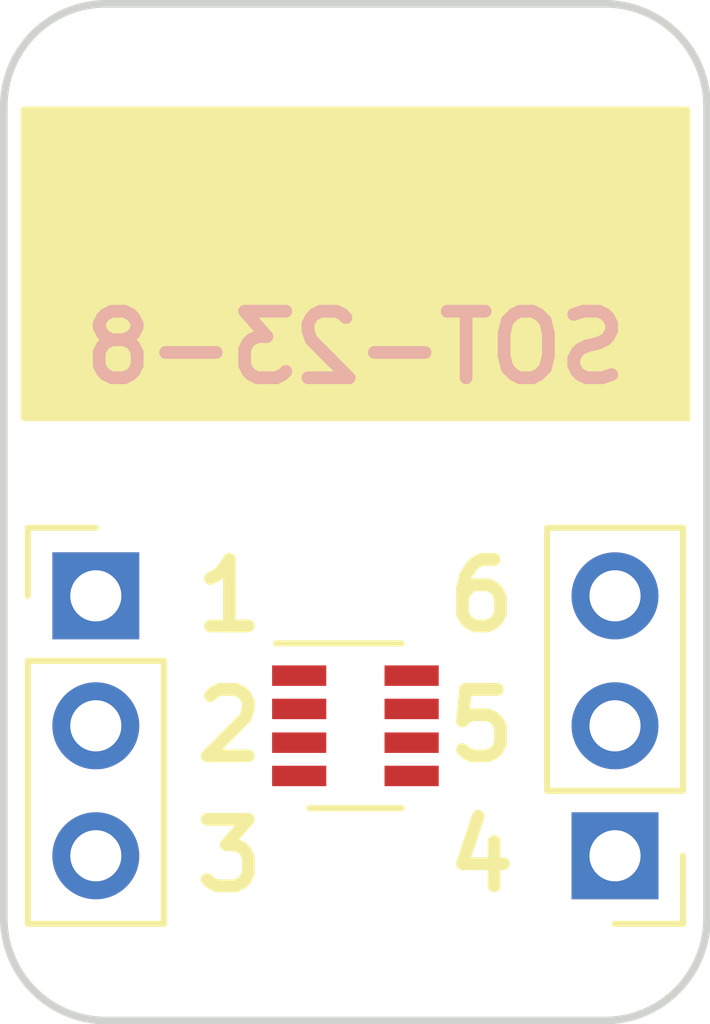
<source format=kicad_pcb>
(kicad_pcb (version 20171130) (host pcbnew 5.1.7-a382d34a8~87~ubuntu20.04.1)

  (general
    (thickness 1)
    (drawings 16)
    (tracks 0)
    (zones 0)
    (modules 3)
    (nets 7)
  )

  (page A4)
  (title_block
    (title BRK-SOT-23-8)
    (rev v1.0)
    (company https://gekkio.fi)
  )

  (layers
    (0 F.Cu signal)
    (31 B.Cu signal)
    (32 B.Adhes user)
    (33 F.Adhes user)
    (34 B.Paste user)
    (35 F.Paste user)
    (36 B.SilkS user)
    (37 F.SilkS user)
    (38 B.Mask user)
    (39 F.Mask user)
    (40 Dwgs.User user)
    (41 Cmts.User user)
    (42 Eco1.User user)
    (43 Eco2.User user)
    (44 Edge.Cuts user)
    (45 Margin user)
    (46 B.CrtYd user)
    (47 F.CrtYd user)
    (48 B.Fab user)
    (49 F.Fab user)
  )

  (setup
    (last_trace_width 0.25)
    (trace_clearance 0.2)
    (zone_clearance 0.508)
    (zone_45_only no)
    (trace_min 0.2)
    (via_size 0.8)
    (via_drill 0.4)
    (via_min_size 0.4)
    (via_min_drill 0.3)
    (uvia_size 0.3)
    (uvia_drill 0.1)
    (uvias_allowed no)
    (uvia_min_size 0.2)
    (uvia_min_drill 0.1)
    (edge_width 0.05)
    (segment_width 0.2)
    (pcb_text_width 0.3)
    (pcb_text_size 1.5 1.5)
    (mod_edge_width 0.12)
    (mod_text_size 1 1)
    (mod_text_width 0.15)
    (pad_size 1.524 1.524)
    (pad_drill 0.762)
    (pad_to_mask_clearance 0)
    (aux_axis_origin 0 0)
    (visible_elements FFFFFF7F)
    (pcbplotparams
      (layerselection 0x010fc_ffffffff)
      (usegerberextensions false)
      (usegerberattributes true)
      (usegerberadvancedattributes true)
      (creategerberjobfile true)
      (excludeedgelayer true)
      (linewidth 0.150000)
      (plotframeref false)
      (viasonmask false)
      (mode 1)
      (useauxorigin false)
      (hpglpennumber 1)
      (hpglpenspeed 20)
      (hpglpendiameter 15.000000)
      (psnegative false)
      (psa4output false)
      (plotreference true)
      (plotvalue true)
      (plotinvisibletext false)
      (padsonsilk false)
      (subtractmaskfromsilk false)
      (outputformat 1)
      (mirror false)
      (drillshape 0)
      (scaleselection 1)
      (outputdirectory "gerber/"))
  )

  (net 0 "")
  (net 1 PIN1)
  (net 2 PIN2)
  (net 3 PIN3)
  (net 4 PIN4)
  (net 5 PIN5)
  (net 6 PIN6)

  (net_class Default "This is the default net class."
    (clearance 0.2)
    (trace_width 0.25)
    (via_dia 0.8)
    (via_drill 0.4)
    (uvia_dia 0.3)
    (uvia_drill 0.1)
    (add_net PIN1)
    (add_net PIN2)
    (add_net PIN3)
    (add_net PIN4)
    (add_net PIN5)
    (add_net PIN6)
  )

  (module PinHeader_1x03_P2.54mm_Vertical (layer F.Cu) (tedit 59FED5CC) (tstamp 5F73AB55)
    (at 105.08 102.54 180)
    (descr "Through hole straight pin header, 1x03, 2.54mm pitch, single row")
    (tags "Through hole pin header THT 1x03 2.54mm single row")
    (fp_text reference J2 (at 0 -2.33 180) (layer F.SilkS) hide
      (effects (font (size 1 1) (thickness 0.15)))
    )
    (fp_text value PinHeader_1x03_P2.54mm_Vertical (at 0 7.41 180) (layer F.Fab) hide
      (effects (font (size 1 1) (thickness 0.15)))
    )
    (fp_line (start 1.8 -1.8) (end -1.8 -1.8) (layer F.CrtYd) (width 0.05))
    (fp_line (start 1.8 6.85) (end 1.8 -1.8) (layer F.CrtYd) (width 0.05))
    (fp_line (start -1.8 6.85) (end 1.8 6.85) (layer F.CrtYd) (width 0.05))
    (fp_line (start -1.8 -1.8) (end -1.8 6.85) (layer F.CrtYd) (width 0.05))
    (fp_line (start -1.33 -1.33) (end 0 -1.33) (layer F.SilkS) (width 0.12))
    (fp_line (start -1.33 0) (end -1.33 -1.33) (layer F.SilkS) (width 0.12))
    (fp_line (start -1.33 1.27) (end 1.33 1.27) (layer F.SilkS) (width 0.12))
    (fp_line (start 1.33 1.27) (end 1.33 6.41) (layer F.SilkS) (width 0.12))
    (fp_line (start -1.33 1.27) (end -1.33 6.41) (layer F.SilkS) (width 0.12))
    (fp_line (start -1.33 6.41) (end 1.33 6.41) (layer F.SilkS) (width 0.12))
    (fp_line (start -1.27 -0.635) (end -0.635 -1.27) (layer F.Fab) (width 0.1))
    (fp_line (start -1.27 6.35) (end -1.27 -0.635) (layer F.Fab) (width 0.1))
    (fp_line (start 1.27 6.35) (end -1.27 6.35) (layer F.Fab) (width 0.1))
    (fp_line (start 1.27 -1.27) (end 1.27 6.35) (layer F.Fab) (width 0.1))
    (fp_line (start -0.635 -1.27) (end 1.27 -1.27) (layer F.Fab) (width 0.1))
    (fp_text user %R (at 0 2.54 270) (layer F.Fab)
      (effects (font (size 1 1) (thickness 0.15)))
    )
    (pad 3 thru_hole oval (at 0 5.08 180) (size 1.7 1.7) (drill 1) (layers *.Cu *.Mask)
      (net 6 PIN6))
    (pad 2 thru_hole oval (at 0 2.54 180) (size 1.7 1.7) (drill 1) (layers *.Cu *.Mask)
      (net 5 PIN5))
    (pad 1 thru_hole rect (at 0 0 180) (size 1.7 1.7) (drill 1) (layers *.Cu *.Mask)
      (net 4 PIN4))
    (model ${KISYS3DMOD}/Connector_PinHeader_2.54mm.3dshapes/PinHeader_1x03_P2.54mm_Vertical.wrl
      (at (xyz 0 0 0))
      (scale (xyz 1 1 1))
      (rotate (xyz 0 0 0))
    )
  )

  (module PinHeader_1x03_P2.54mm_Vertical (layer F.Cu) (tedit 59FED5CC) (tstamp 5F73AB3F)
    (at 94.92 97.46)
    (descr "Through hole straight pin header, 1x03, 2.54mm pitch, single row")
    (tags "Through hole pin header THT 1x03 2.54mm single row")
    (fp_text reference J1 (at 0 -2.33) (layer F.SilkS) hide
      (effects (font (size 1 1) (thickness 0.15)))
    )
    (fp_text value PinHeader_1x03_P2.54mm_Vertical (at 0 7.41) (layer F.Fab) hide
      (effects (font (size 1 1) (thickness 0.15)))
    )
    (fp_line (start 1.8 -1.8) (end -1.8 -1.8) (layer F.CrtYd) (width 0.05))
    (fp_line (start 1.8 6.85) (end 1.8 -1.8) (layer F.CrtYd) (width 0.05))
    (fp_line (start -1.8 6.85) (end 1.8 6.85) (layer F.CrtYd) (width 0.05))
    (fp_line (start -1.8 -1.8) (end -1.8 6.85) (layer F.CrtYd) (width 0.05))
    (fp_line (start -1.33 -1.33) (end 0 -1.33) (layer F.SilkS) (width 0.12))
    (fp_line (start -1.33 0) (end -1.33 -1.33) (layer F.SilkS) (width 0.12))
    (fp_line (start -1.33 1.27) (end 1.33 1.27) (layer F.SilkS) (width 0.12))
    (fp_line (start 1.33 1.27) (end 1.33 6.41) (layer F.SilkS) (width 0.12))
    (fp_line (start -1.33 1.27) (end -1.33 6.41) (layer F.SilkS) (width 0.12))
    (fp_line (start -1.33 6.41) (end 1.33 6.41) (layer F.SilkS) (width 0.12))
    (fp_line (start -1.27 -0.635) (end -0.635 -1.27) (layer F.Fab) (width 0.1))
    (fp_line (start -1.27 6.35) (end -1.27 -0.635) (layer F.Fab) (width 0.1))
    (fp_line (start 1.27 6.35) (end -1.27 6.35) (layer F.Fab) (width 0.1))
    (fp_line (start 1.27 -1.27) (end 1.27 6.35) (layer F.Fab) (width 0.1))
    (fp_line (start -0.635 -1.27) (end 1.27 -1.27) (layer F.Fab) (width 0.1))
    (fp_text user %R (at 0 2.54 90) (layer F.Fab)
      (effects (font (size 1 1) (thickness 0.15)))
    )
    (pad 3 thru_hole oval (at 0 5.08) (size 1.7 1.7) (drill 1) (layers *.Cu *.Mask)
      (net 3 PIN3))
    (pad 2 thru_hole oval (at 0 2.54) (size 1.7 1.7) (drill 1) (layers *.Cu *.Mask)
      (net 2 PIN2))
    (pad 1 thru_hole rect (at 0 0) (size 1.7 1.7) (drill 1) (layers *.Cu *.Mask)
      (net 1 PIN1))
    (model ${KISYS3DMOD}/Connector_PinHeader_2.54mm.3dshapes/PinHeader_1x03_P2.54mm_Vertical.wrl
      (at (xyz 0 0 0))
      (scale (xyz 1 1 1))
      (rotate (xyz 0 0 0))
    )
  )

  (module SOT-23-8 (layer F.Cu) (tedit 5A02FF57) (tstamp 5F73A8FC)
    (at 100 100)
    (descr "8-pin SOT-23 package, http://www.analog.com/media/en/package-pcb-resources/package/pkg_pdf/sot-23rj/rj_8.pdf")
    (tags SOT-23-8)
    (attr smd)
    (fp_text reference U1 (at 0 -2.5) (layer F.SilkS) hide
      (effects (font (size 1 1) (thickness 0.15)))
    )
    (fp_text value SOT-23-8 (at 0 2.5) (layer F.Fab) hide
      (effects (font (size 1 1) (thickness 0.15)))
    )
    (fp_line (start 0.9 -1.55) (end 0.9 1.55) (layer F.Fab) (width 0.1))
    (fp_line (start 0.9 1.55) (end -0.9 1.55) (layer F.Fab) (width 0.1))
    (fp_line (start -0.9 -0.9) (end -0.9 1.55) (layer F.Fab) (width 0.1))
    (fp_line (start 0.9 -1.55) (end -0.25 -1.55) (layer F.Fab) (width 0.1))
    (fp_line (start -0.9 -0.9) (end -0.25 -1.55) (layer F.Fab) (width 0.1))
    (fp_line (start -1.9 -1.8) (end -1.9 1.8) (layer F.CrtYd) (width 0.05))
    (fp_line (start -1.9 1.8) (end 1.9 1.8) (layer F.CrtYd) (width 0.05))
    (fp_line (start 1.9 1.8) (end 1.9 -1.8) (layer F.CrtYd) (width 0.05))
    (fp_line (start 1.9 -1.8) (end -1.9 -1.8) (layer F.CrtYd) (width 0.05))
    (fp_line (start 0.9 -1.61) (end -1.55 -1.61) (layer F.SilkS) (width 0.12))
    (fp_line (start -0.9 1.61) (end 0.9 1.61) (layer F.SilkS) (width 0.12))
    (fp_text user %R (at 0 0 90) (layer F.Fab)
      (effects (font (size 0.5 0.5) (thickness 0.075)))
    )
    (pad 8 smd rect (at 1.1 -0.98) (size 1.06 0.4) (layers F.Cu F.Paste F.Mask))
    (pad 7 smd rect (at 1.1 -0.33) (size 1.06 0.4) (layers F.Cu F.Paste F.Mask))
    (pad 6 smd rect (at 1.1 0.33) (size 1.06 0.4) (layers F.Cu F.Paste F.Mask)
      (net 6 PIN6))
    (pad 5 smd rect (at 1.1 0.98) (size 1.06 0.4) (layers F.Cu F.Paste F.Mask)
      (net 5 PIN5))
    (pad 4 smd rect (at -1.1 0.98) (size 1.06 0.4) (layers F.Cu F.Paste F.Mask)
      (net 4 PIN4))
    (pad 3 smd rect (at -1.1 0.33) (size 1.06 0.4) (layers F.Cu F.Paste F.Mask)
      (net 3 PIN3))
    (pad 2 smd rect (at -1.1 -0.33) (size 1.06 0.4) (layers F.Cu F.Paste F.Mask)
      (net 2 PIN2))
    (pad 1 smd rect (at -1.1 -0.98) (size 1.06 0.4) (layers F.Cu F.Paste F.Mask)
      (net 1 PIN1))
    (model ${KISYS3DMOD}/Package_TO_SOT_SMD.3dshapes/SOT-23-8.wrl
      (at (xyz 0 0 0))
      (scale (xyz 1 1 1))
      (rotate (xyz 0 0 0))
    )
  )

  (gr_arc (start 104.88 87.89) (end 104.88 85.89) (angle 90) (layer Edge.Cuts) (width 0.15))
  (gr_arc (start 95.12 87.89) (end 93.12 87.89) (angle 90) (layer Edge.Cuts) (width 0.15))
  (gr_arc (start 95.12 103.76) (end 95.12 105.76) (angle 90) (layer Edge.Cuts) (width 0.15))
  (gr_arc (start 104.88 103.76) (end 106.88 103.76) (angle 90) (layer Edge.Cuts) (width 0.15))
  (gr_line (start 95.12 105.76) (end 104.88 105.76) (layer Edge.Cuts) (width 0.15))
  (gr_line (start 95.12 85.89) (end 104.88 85.89) (layer Edge.Cuts) (width 0.15))
  (gr_line (start 106.88 103.76) (end 106.88 87.89) (layer Edge.Cuts) (width 0.15))
  (gr_line (start 93.12 87.89) (end 93.12 103.76) (layer Edge.Cuts) (width 0.15))
  (gr_text 6 (at 103.25 97.46) (layer F.SilkS)
    (effects (font (size 1.3 1.3) (thickness 0.25)) (justify right))
  )
  (gr_text 5 (at 103.25 100) (layer F.SilkS)
    (effects (font (size 1.3 1.3) (thickness 0.25)) (justify right))
  )
  (gr_text 4 (at 103.25 102.54) (layer F.SilkS)
    (effects (font (size 1.3 1.3) (thickness 0.25)) (justify right))
  )
  (gr_text 3 (at 96.75 102.54) (layer F.SilkS)
    (effects (font (size 1.3 1.3) (thickness 0.25)) (justify left))
  )
  (gr_text 2 (at 96.75 100) (layer F.SilkS)
    (effects (font (size 1.3 1.3) (thickness 0.25)) (justify left))
  )
  (gr_text 1 (at 96.75 97.46) (layer F.SilkS)
    (effects (font (size 1.3 1.3) (thickness 0.25)) (justify left))
  )
  (gr_text SOT-23-8 (at 100 93.37) (layer B.SilkS)
    (effects (font (size 1.3 1.3) (thickness 0.25)) (justify bottom mirror))
  )
  (gr_poly (pts (xy 93.52 87.97) (xy 93.52 93.97) (xy 106.48 93.97) (xy 106.48 87.97)) (layer F.SilkS) (width 0.15))

)

</source>
